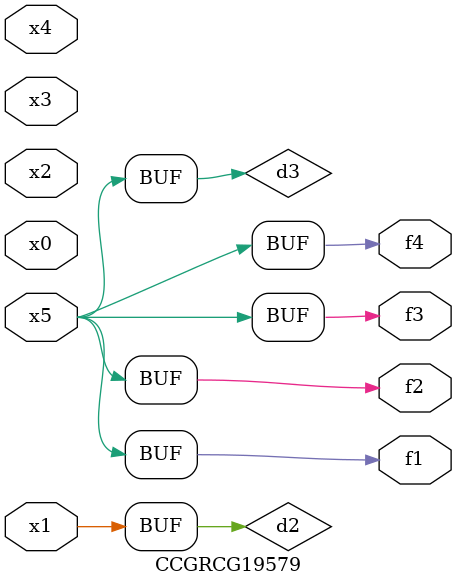
<source format=v>
module CCGRCG19579(
	input x0, x1, x2, x3, x4, x5,
	output f1, f2, f3, f4
);

	wire d1, d2, d3;

	not (d1, x5);
	or (d2, x1);
	xnor (d3, d1);
	assign f1 = d3;
	assign f2 = d3;
	assign f3 = d3;
	assign f4 = d3;
endmodule

</source>
